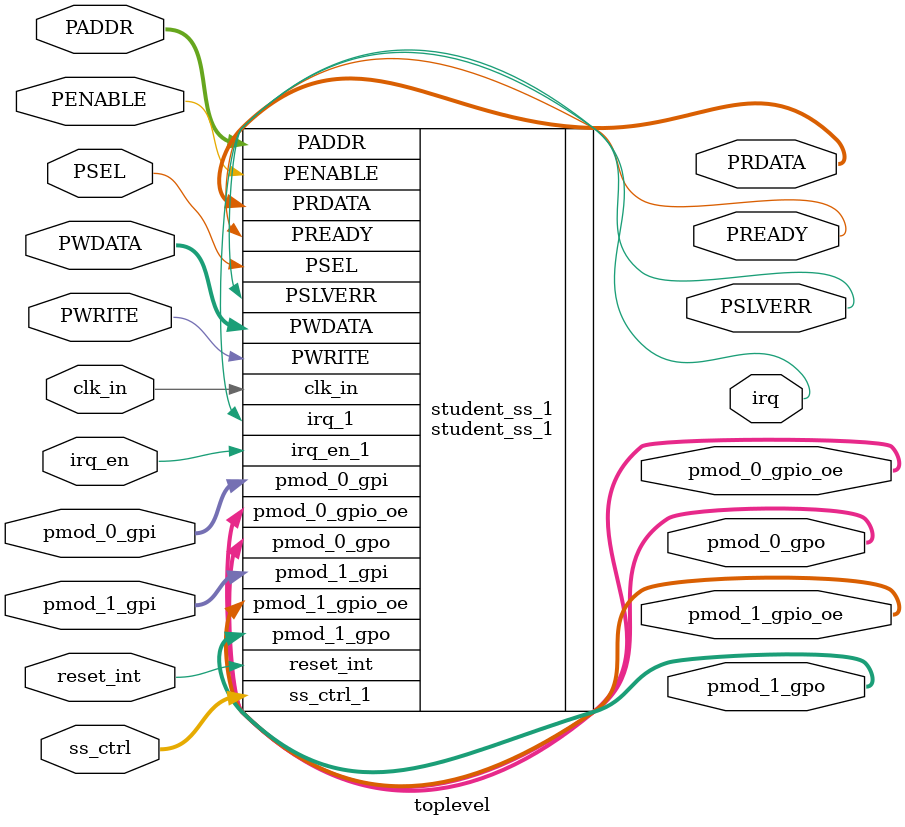
<source format=sv>

module toplevel #(
    parameter                 APB_AW  = 32,
    parameter                 APB_DW  = 32
) (
    // Interface: APB
    input  logic [APB_AW-1:0] PADDR,
    input  logic              PENABLE,
    input  logic              PSEL,
    input  logic [APB_DW-1:0] PWDATA,
    input  logic              PWRITE,
    output logic [APB_DW-1:0] PRDATA,
    output logic              PREADY,
    output logic              PSLVERR,

    // Interface: Clock
    input  logic              clk_in,

    // Interface: IRQ
    output logic              irq,

    // Interface: Reset
    input  logic              reset_int,

    // Interface: ss_ctrl
    input logic              irq_en,
    input logic [7:0]        ss_ctrl,
    
    //Interface: GPIO pmod 0
    input  logic [3:0] pmod_0_gpi,
    output logic [3:0] pmod_0_gpo,
    output logic [3:0] pmod_0_gpio_oe,

    //Interface: GPIO pmod 1
    input  logic [3:0] pmod_1_gpi,
    output logic [3:0] pmod_1_gpo,
    output logic [3:0] pmod_1_gpio_oe
);

student_ss_1 student_ss_1(
    // Interface: APB
        .PADDR               (PADDR),
        .PENABLE             (PENABLE),
        .PSEL                (PSEL),
        .PWDATA              (PWDATA),
        .PWRITE              (PWRITE),
        .PRDATA              (PRDATA),
        .PREADY              (PREADY),
        .PSLVERR             (PSLVERR),
        // Interface: Clock
        .clk_in              (clk_in),
        // Interface: IRQ
        .irq_1               (irq),
        // Interface: Reset
        .reset_int           (reset_int),
        // Interface: pmod_gpio_0
        .pmod_0_gpi          (pmod_0_gpi),
        .pmod_0_gpio_oe      (pmod_0_gpio_oe),
        .pmod_0_gpo          (pmod_0_gpo),
        // Interface: pmod_gpio_1
        .pmod_1_gpi          (pmod_1_gpi),
        .pmod_1_gpio_oe      (pmod_1_gpio_oe),
        .pmod_1_gpo          (pmod_1_gpo),
        // Interface: ss_ctrl
        .irq_en_1            (irq_en),
        .ss_ctrl_1           (ss_ctrl)
    );

endmodule

</source>
